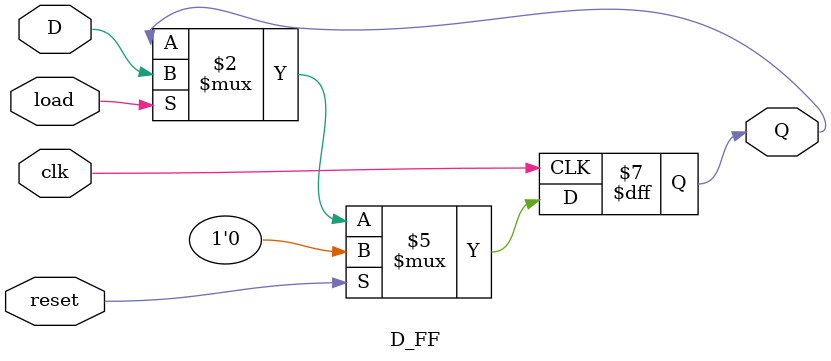
<source format=v>
`timescale 1ns / 1ps



module D_FF(
    input clk,reset,
    input load,D,
    output reg Q
       );
    
     
    always @ (posedge clk)
    begin
    if (reset)
    Q<=0;
    else if(load)
    Q<=D;
    end
endmodule

</source>
